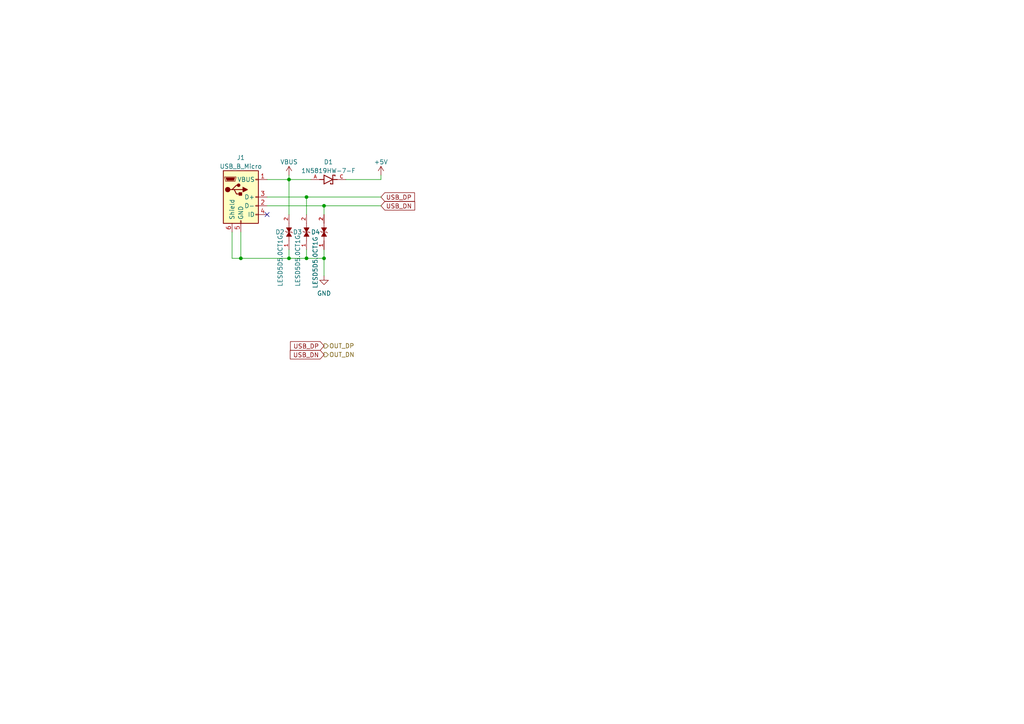
<source format=kicad_sch>
(kicad_sch (version 20230121) (generator eeschema)
  (paper "A4")
  (lib_symbols
    (symbol "1N5819HW-7-F:1N5819HW-7-F" (pin_names (offset 1.016))
      (property "Reference" "D" (at -5.08 2.54 0))
      (property "Value" "1N5819HW-7-F" (at -5.08 -3.81 0))
      (symbol "1N5819HW-7-F_0_0"
        (polyline (pts (xy -2.54 0) (xy -1.27 0)) (stroke (width 0.254)))
        (polyline (pts (xy -1.27 -1.27) (xy 1.27 0)) (stroke (width 0.254)))
        (polyline (pts (xy -1.27 0) (xy -1.27 -1.27)) (stroke (width 0.254)))
        (polyline (pts (xy -1.27 1.27) (xy -1.27 0)) (stroke (width 0.254)))
        (polyline (pts (xy 0.635 -1.016) (xy 0.635 -1.27)) (stroke (width 0.254)))
        (polyline (pts (xy 1.27 -1.27) (xy 0.635 -1.27)) (stroke (width 0.254)))
        (polyline (pts (xy 1.27 0) (xy -1.27 1.27)) (stroke (width 0.254)))
        (polyline (pts (xy 1.27 0) (xy 1.27 -1.27)) (stroke (width 0.254)))
        (polyline (pts (xy 1.27 1.27) (xy 1.27 0)) (stroke (width 0.254)))
        (polyline (pts (xy 1.905 1.27) (xy 1.27 1.27)) (stroke (width 0.254)))
        (polyline (pts (xy 1.905 1.27) (xy 1.905 1.016)) (stroke (width 0.254)))
        (polyline (pts (xy 2.54 0) (xy 1.27 0)) (stroke (width 0.254)))
        (pin passive line (at -5.08 0 0) (length 2.54) (name "~") (number "A"))
        (pin passive line (at 5.08 0 180) (length 2.54) (name "~") (number "C"))
      )
    )
    (symbol "Connector:USB_B_Micro" (pin_names (offset 1.016))
      (property "Reference" "J" (at -5.08 11.43 0))
      (property "Value" "USB_B_Micro" (at -5.08 8.89 0))
      (symbol "USB_B_Micro_0_1"
        (rectangle (start -5.08 -7.62) (end 5.08 7.62) (stroke (width 0.254)) (fill (type background)))
        (circle (center -3.81 2.159) (radius 0.635) (stroke (width 0.254)) (fill (type outline)))
        (circle (center -0.635 3.429) (radius 0.381) (stroke (width 0.254)) (fill (type outline)))
        (rectangle (start -0.127 -7.62) (end 0.127 -6.858))
        (polyline (pts (xy -1.905 2.159) (xy 0.635 2.159)) (stroke (width 0.254)))
        (polyline (pts (xy -3.175 2.159) (xy -2.54 2.159) (xy -1.27 3.429) (xy -0.635 3.429)) (stroke (width 0.254)))
        (polyline (pts (xy -2.54 2.159) (xy -1.905 2.159) (xy -1.27 0.889) (xy 0 0.889)) (stroke (width 0.254)))
        (polyline (pts (xy 0.635 2.794) (xy 0.635 1.524) (xy 1.905 2.159) (xy 0.635 2.794)) (stroke (width 0.254)) (fill (type outline)))
        (polyline (pts (xy -4.318 5.588) (xy -1.778 5.588) (xy -2.032 4.826) (xy -4.064 4.826) (xy -4.318 5.588)) (fill (type outline)))
        (polyline (pts (xy -4.699 5.842) (xy -4.699 5.588) (xy -4.445 4.826) (xy -4.445 4.572) (xy -1.651 4.572) (xy -1.651 4.826) (xy -1.397 5.588) (xy -1.397 5.842) (xy -4.699 5.842)))
        (rectangle (start 0.254 1.27) (end -0.508 0.508) (stroke (width 0.254)) (fill (type outline)))
        (rectangle (start 5.08 -5.207) (end 4.318 -4.953))
        (rectangle (start 5.08 -2.667) (end 4.318 -2.413))
        (rectangle (start 5.08 -0.127) (end 4.318 0.127))
        (rectangle (start 5.08 4.953) (end 4.318 5.207))
      )
      (symbol "USB_B_Micro_1_1"
        (pin power_out line (at 7.62 5.08 180) (length 2.54) (name "VBUS") (number "1"))
        (pin bidirectional line (at 7.62 -2.54 180) (length 2.54) (name "D-") (number "2"))
        (pin bidirectional line (at 7.62 0 180) (length 2.54) (name "D+") (number "3"))
        (pin passive line (at 7.62 -5.08 180) (length 2.54) (name "ID") (number "4"))
        (pin power_out line (at 0 -10.16 90) (length 2.54) (name "GND") (number "5"))
        (pin passive line (at -2.54 -10.16 90) (length 2.54) (name "Shield") (number "6"))
      )
    )
    (symbol "LESD5D5.0CT1G:LESD5D5.0CT1G" (pin_names (offset 1.016))
      (property "Reference" "D" (at -5.08 2.54 0))
      (property "Value" "LESD5D5.0CT1G" (at -5.08 -5.08 0))
      (symbol "LESD5D5.0CT1G_0_0"
        (polyline (pts (xy -1.27 0) (xy -2.54 0)) (stroke (width 0.1524)))
        (polyline (pts (xy 0 -0.762) (xy -0.254 -1.016)) (stroke (width 0.1524)))
        (polyline (pts (xy 0 -0.762) (xy 0 0.762)) (stroke (width 0.1524)))
        (polyline (pts (xy 0 0.762) (xy 0.254 1.016)) (stroke (width 0.1524)))
        (polyline (pts (xy 1.27 0) (xy 2.54 0)) (stroke (width 0.1524)))
        (polyline (pts (xy 0 0) (xy -1.27 -0.762) (xy -1.27 0.762) (xy 0 0)) (stroke (width 0.1524)) (fill (type outline)))
        (polyline (pts (xy 0 0) (xy 1.27 0.762) (xy 1.27 -0.762) (xy 0 0)) (stroke (width 0.1524)) (fill (type outline)))
        (pin passive line (at -5.08 0 0) (length 2.54) (name "~") (number "1"))
        (pin passive line (at 5.08 0 180) (length 2.54) (name "~") (number "2"))
      )
    )
    (symbol "power:+5V" (power) (pin_names (offset 0))
      (property "Value" "+5V" (at 0 3.556 0))
      (symbol "+5V_0_1"
        (polyline (pts (xy -0.762 1.27) (xy 0 2.54)))
        (polyline (pts (xy 0 0) (xy 0 2.54)))
        (polyline (pts (xy 0 2.54) (xy 0.762 1.27)))
      )
      (symbol "+5V_1_1"
        (pin power_in line (at 0 0 90) (length 0) hide (name "+5V") (number "1"))
      )
    )
    (symbol "power:GND" (power) (pin_names (offset 0))
      (property "Value" "GND" (at 0 -3.81 0))
      (symbol "GND_0_1"
        (polyline (pts (xy 0 0) (xy 0 -1.27) (xy 1.27 -1.27) (xy 0 -2.54) (xy -1.27 -1.27) (xy 0 -1.27)))
      )
      (symbol "GND_1_1"
        (pin power_in line (at 0 0 270) (length 0) hide (name "GND") (number "1"))
      )
    )
    (symbol "power:VBUS" (power) (pin_names (offset 0))
      (property "Value" "VBUS" (at 0 3.81 0))
      (symbol "VBUS_0_1"
        (polyline (pts (xy -0.762 1.27) (xy 0 2.54)))
        (polyline (pts (xy 0 0) (xy 0 2.54)))
        (polyline (pts (xy 0 2.54) (xy 0.762 1.27)))
      )
      (symbol "VBUS_1_1"
        (pin power_in line (at 0 0 90) (length 0) hide (name "VBUS") (number "1"))
      )
    )
  )
  (junction (at 83.82 74.93))
  (junction (at 93.98 59.69))
  (junction (at 93.98 74.93))
  (junction (at 83.82 52.07))
  (junction (at 69.85 74.93))
  (junction (at 88.9 57.15))
  (junction (at 88.9 74.93))
  (no_connect (at 77.47 62.23))
  (wire (pts (xy 83.82 52.07) (xy 83.82 62.23)))
  (wire (pts (xy 69.85 67.31) (xy 69.85 74.93)))
  (wire (pts (xy 88.9 72.39) (xy 88.9 74.93)))
  (wire (pts (xy 83.82 72.39) (xy 83.82 74.93)))
  (wire (pts (xy 88.9 57.15) (xy 88.9 62.23)))
  (wire (pts (xy 77.47 59.69) (xy 93.98 59.69)))
  (wire (pts (xy 93.98 59.69) (xy 93.98 62.23)))
  (wire (pts (xy 83.82 74.93) (xy 88.9 74.93)))
  (wire (pts (xy 67.31 74.93) (xy 69.85 74.93)))
  (wire (pts (xy 77.47 52.07) (xy 83.82 52.07)))
  (wire (pts (xy 88.9 57.15) (xy 110.49 57.15)))
  (wire (pts (xy 83.82 50.8) (xy 83.82 52.07)))
  (wire (pts (xy 100.33 52.07) (xy 110.49 52.07)))
  (wire (pts (xy 93.98 59.69) (xy 110.49 59.69)))
  (wire (pts (xy 88.9 74.93) (xy 93.98 74.93)))
  (wire (pts (xy 93.98 74.93) (xy 93.98 72.39)))
  (wire (pts (xy 83.82 52.07) (xy 90.17 52.07)))
  (wire (pts (xy 69.85 74.93) (xy 83.82 74.93)))
  (wire (pts (xy 67.31 67.31) (xy 67.31 74.93)))
  (wire (pts (xy 77.47 57.15) (xy 88.9 57.15)))
  (wire (pts (xy 110.49 50.8) (xy 110.49 52.07)))
  (wire (pts (xy 93.98 74.93) (xy 93.98 80.01)))
  (global_label "USB_DN" (shape input) (at 93.98 102.87 180) (property "Intersheetrefs" "${INTERSHEET_REFS}" (effects hide)))
  (global_label "USB_DP" (shape input) (at 110.49 57.15 0) (property "Intersheetrefs" "${INTERSHEET_REFS}" (effects hide)))
  (global_label "USB_DN" (shape input) (at 110.49 59.69 0) (property "Intersheetrefs" "${INTERSHEET_REFS}" (effects hide)))
  (global_label "USB_DP" (shape input) (at 93.98 100.33 180) (property "Intersheetrefs" "${INTERSHEET_REFS}" (effects hide)))
  (hierarchical_label "OUT_DP" (shape output) (at 93.98 100.33 0))
  (hierarchical_label "OUT_DN" (shape output) (at 93.98 102.87 0))
  (symbol (lib_id "Connector:USB_B_Micro") (at 69.85 57.15 0) (unit 1)
    (property "Reference" "J1" (at 69.85 45.72 0))
    (property "Value" "USB_B_Micro" (at 69.85 48.26 0))
    (property "Footprint" "Connector_USB:USB_Mini-B_Lumberg_2486_01_Horizontal" (effects hide))
  )
  (symbol (lib_id "1N5819HW-7-F:1N5819HW-7-F") (at 95.25 52.07 0) (unit 1)
    (property "Reference" "D1" (at 95.25 46.99 0))
    (property "Value" "1N5819HW-7-F" (at 95.25 49.53 0))
    (property "Footprint" "1N5819HW-7-F:SOD3715X145N" (effects hide))
    (property "PARTREV" "18-2" (effects hide))
    (property "STANDARD" "IPC-7351B" (effects hide))
    (property "MANUFACTURER" "Diodes Inc." (effects hide))
  )
  (symbol (lib_id "LESD5D5.0CT1G:LESD5D5.0CT1G") (at 93.98 67.31 90) (unit 1)
    (property "Reference" "D4" (at 90.17 67.31 90) (effects (justify right)))
    (property "Value" "LESD5D5.0CT1G" (at 91.44 68.58 0) (effects (justify right)))
    (property "Footprint" "LESD5D5.0CT1G:TVS_LESD5D5.0CT1G" (effects hide))
    (property "PARTREV" "O" (effects hide))
    (property "MANUFACTURER" "LRC" (effects hide))
    (property "MAXIMUM_PACKAGE_HEIGHT" "0.7 mm" (effects hide))
    (property "STANDARD" "Manufacturer Recommendations" (effects hide))
  )
  (symbol (lib_id "power:GND") (at 93.98 80.01 0) (unit 1)
    (property "Reference" "#PWR01" (effects hide))
    (property "Value" "GND" (at 93.98 85.09 0))
  )
  (symbol (lib_id "power:VBUS") (at 83.82 50.8 0) (unit 1)
    (property "Reference" "#PWR012" (effects hide))
    (property "Value" "VBUS" (at 83.82 46.99 0))
  )
  (symbol (lib_id "LESD5D5.0CT1G:LESD5D5.0CT1G") (at 83.82 67.31 90) (unit 1)
    (property "Reference" "D2" (at 82.55 67.31 90) (effects (justify left)))
    (property "Value" "LESD5D5.0CT1G" (at 81.28 83.185 0) (effects (justify left)))
    (property "Footprint" "LESD5D5.0CT1G:TVS_LESD5D5.0CT1G" (effects hide))
    (property "PARTREV" "O" (effects hide))
    (property "MANUFACTURER" "LRC" (effects hide))
    (property "MAXIMUM_PACKAGE_HEIGHT" "0.7 mm" (effects hide))
    (property "STANDARD" "Manufacturer Recommendations" (effects hide))
  )
  (symbol (lib_id "power:+5V") (at 110.49 50.8 0) (unit 1)
    (property "Reference" "#PWR011" (effects hide))
    (property "Value" "+5V" (at 110.49 46.99 0))
  )
  (symbol (lib_id "LESD5D5.0CT1G:LESD5D5.0CT1G") (at 88.9 67.31 90) (unit 1)
    (property "Reference" "D3" (at 87.63 67.31 90) (effects (justify left)))
    (property "Value" "LESD5D5.0CT1G" (at 86.36 83.185 0) (effects (justify left)))
    (property "Footprint" "LESD5D5.0CT1G:TVS_LESD5D5.0CT1G" (effects hide))
    (property "PARTREV" "O" (effects hide))
    (property "MANUFACTURER" "LRC" (effects hide))
    (property "MAXIMUM_PACKAGE_HEIGHT" "0.7 mm" (effects hide))
    (property "STANDARD" "Manufacturer Recommendations" (effects hide))
  )
)
</source>
